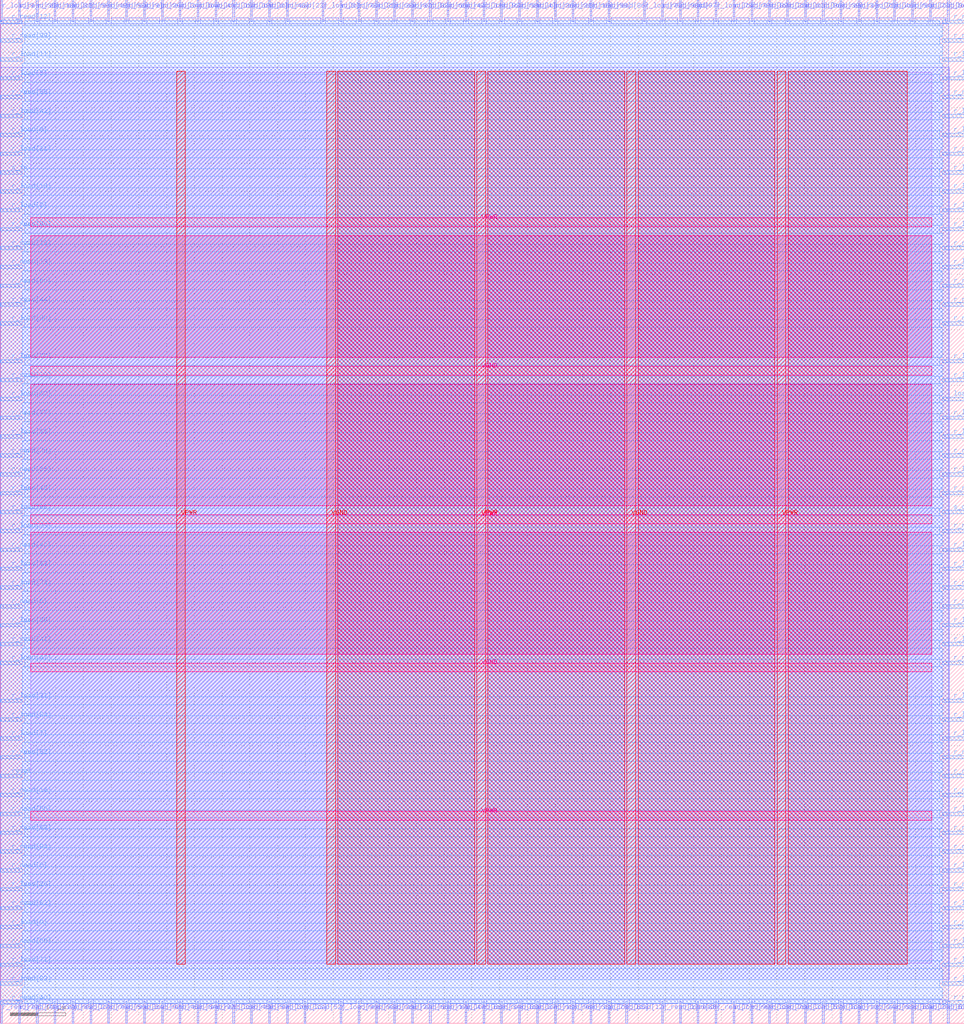
<source format=lef>
VERSION 5.7 ;
  NOWIREEXTENSIONATPIN ON ;
  DIVIDERCHAR "/" ;
  BUSBITCHARS "[]" ;
MACRO shiftregister
  CLASS BLOCK ;
  FOREIGN shiftregister ;
  ORIGIN 0.000 0.000 ;
  SIZE 173.770 BY 184.490 ;
  PIN VGND
    DIRECTION INPUT ;
    USE GROUND ;
    PORT
      LAYER met5 ;
        RECT 5.520 63.335 167.900 64.935 ;
    END
    PORT
      LAYER met5 ;
        RECT 5.520 116.825 167.900 118.425 ;
    END
    PORT
      LAYER met4 ;
        RECT 58.850 10.640 60.450 171.600 ;
    END
    PORT
      LAYER met4 ;
        RECT 112.975 10.640 114.575 171.600 ;
    END
  END VGND
  PIN VPWR
    DIRECTION INPUT ;
    USE POWER ;
    PORT
      LAYER met5 ;
        RECT 5.520 36.585 167.900 38.185 ;
    END
    PORT
      LAYER met5 ;
        RECT 5.520 90.080 167.900 91.680 ;
    END
    PORT
      LAYER met5 ;
        RECT 5.520 143.575 167.900 145.175 ;
    END
    PORT
      LAYER met4 ;
        RECT 31.780 10.640 33.380 171.600 ;
    END
    PORT
      LAYER met4 ;
        RECT 85.910 10.640 87.510 171.600 ;
    END
    PORT
      LAYER met4 ;
        RECT 140.035 10.640 141.635 171.600 ;
    END
  END VPWR
  PIN clk
    DIRECTION INPUT ;
    USE SIGNAL ;
    PORT
      LAYER met2 ;
        RECT 125.670 180.490 125.950 184.490 ;
    END
  END clk
  PIN load
    DIRECTION INPUT ;
    USE SIGNAL ;
    PORT
      LAYER met3 ;
        RECT 169.770 112.240 173.770 112.840 ;
    END
  END load
  PIN r_load[0]
    DIRECTION OUTPUT TRISTATE ;
    USE SIGNAL ;
    PORT
      LAYER met3 ;
        RECT 0.000 17.040 4.000 17.640 ;
    END
  END r_load[0]
  PIN r_load[10]
    DIRECTION OUTPUT TRISTATE ;
    USE SIGNAL ;
    PORT
      LAYER met2 ;
        RECT 151.430 0.000 151.710 4.000 ;
    END
  END r_load[10]
  PIN r_load[11]
    DIRECTION OUTPUT TRISTATE ;
    USE SIGNAL ;
    PORT
      LAYER met3 ;
        RECT 0.000 173.440 4.000 174.040 ;
    END
  END r_load[11]
  PIN r_load[12]
    DIRECTION OUTPUT TRISTATE ;
    USE SIGNAL ;
    PORT
      LAYER met2 ;
        RECT 112.790 0.000 113.070 4.000 ;
    END
  END r_load[12]
  PIN r_load[13]
    DIRECTION OUTPUT TRISTATE ;
    USE SIGNAL ;
    PORT
      LAYER met2 ;
        RECT 96.690 0.000 96.970 4.000 ;
    END
  END r_load[13]
  PIN r_load[14]
    DIRECTION OUTPUT TRISTATE ;
    USE SIGNAL ;
    PORT
      LAYER met3 ;
        RECT 169.770 115.640 173.770 116.240 ;
    END
  END r_load[14]
  PIN r_load[15]
    DIRECTION OUTPUT TRISTATE ;
    USE SIGNAL ;
    PORT
      LAYER met2 ;
        RECT 38.730 180.490 39.010 184.490 ;
    END
  END r_load[15]
  PIN r_load[16]
    DIRECTION OUTPUT TRISTATE ;
    USE SIGNAL ;
    PORT
      LAYER met3 ;
        RECT 169.770 108.840 173.770 109.440 ;
    END
  END r_load[16]
  PIN r_load[17]
    DIRECTION OUTPUT TRISTATE ;
    USE SIGNAL ;
    PORT
      LAYER met3 ;
        RECT 169.770 57.840 173.770 58.440 ;
    END
  END r_load[17]
  PIN r_load[18]
    DIRECTION OUTPUT TRISTATE ;
    USE SIGNAL ;
    PORT
      LAYER met3 ;
        RECT 0.000 149.640 4.000 150.240 ;
    END
  END r_load[18]
  PIN r_load[19]
    DIRECTION OUTPUT TRISTATE ;
    USE SIGNAL ;
    PORT
      LAYER met2 ;
        RECT 41.950 180.490 42.230 184.490 ;
    END
  END r_load[19]
  PIN r_load[1]
    DIRECTION OUTPUT TRISTATE ;
    USE SIGNAL ;
    PORT
      LAYER met3 ;
        RECT 169.770 27.240 173.770 27.840 ;
    END
  END r_load[1]
  PIN r_load[20]
    DIRECTION OUTPUT TRISTATE ;
    USE SIGNAL ;
    PORT
      LAYER met3 ;
        RECT 0.000 23.840 4.000 24.440 ;
    END
  END r_load[20]
  PIN r_load[21]
    DIRECTION OUTPUT TRISTATE ;
    USE SIGNAL ;
    PORT
      LAYER met3 ;
        RECT 0.000 156.440 4.000 157.040 ;
    END
  END r_load[21]
  PIN r_load[22]
    DIRECTION OUTPUT TRISTATE ;
    USE SIGNAL ;
    PORT
      LAYER met3 ;
        RECT 169.770 37.440 173.770 38.040 ;
    END
  END r_load[22]
  PIN r_load[23]
    DIRECTION OUTPUT TRISTATE ;
    USE SIGNAL ;
    PORT
      LAYER met3 ;
        RECT 0.000 88.440 4.000 89.040 ;
    END
  END r_load[23]
  PIN r_load[24]
    DIRECTION OUTPUT TRISTATE ;
    USE SIGNAL ;
    PORT
      LAYER met3 ;
        RECT 169.770 170.040 173.770 170.640 ;
    END
  END r_load[24]
  PIN r_load[25]
    DIRECTION OUTPUT TRISTATE ;
    USE SIGNAL ;
    PORT
      LAYER met2 ;
        RECT 138.550 180.490 138.830 184.490 ;
    END
  END r_load[25]
  PIN r_load[26]
    DIRECTION OUTPUT TRISTATE ;
    USE SIGNAL ;
    PORT
      LAYER met2 ;
        RECT 96.690 180.490 96.970 184.490 ;
    END
  END r_load[26]
  PIN r_load[27]
    DIRECTION OUTPUT TRISTATE ;
    USE SIGNAL ;
    PORT
      LAYER met3 ;
        RECT 169.770 51.040 173.770 51.640 ;
    END
  END r_load[27]
  PIN r_load[28]
    DIRECTION OUTPUT TRISTATE ;
    USE SIGNAL ;
    PORT
      LAYER met2 ;
        RECT 67.710 180.490 67.990 184.490 ;
    END
  END r_load[28]
  PIN r_load[29]
    DIRECTION OUTPUT TRISTATE ;
    USE SIGNAL ;
    PORT
      LAYER met2 ;
        RECT 164.310 0.000 164.590 4.000 ;
    END
  END r_load[29]
  PIN r_load[2]
    DIRECTION OUTPUT TRISTATE ;
    USE SIGNAL ;
    PORT
      LAYER met3 ;
        RECT 0.000 146.240 4.000 146.840 ;
    END
  END r_load[2]
  PIN r_load[30]
    DIRECTION OUTPUT TRISTATE ;
    USE SIGNAL ;
    PORT
      LAYER met3 ;
        RECT 169.770 13.640 173.770 14.240 ;
    END
  END r_load[30]
  PIN r_load[31]
    DIRECTION OUTPUT TRISTATE ;
    USE SIGNAL ;
    PORT
      LAYER met3 ;
        RECT 0.000 57.840 4.000 58.440 ;
    END
  END r_load[31]
  PIN r_load[32]
    DIRECTION OUTPUT TRISTATE ;
    USE SIGNAL ;
    PORT
      LAYER met3 ;
        RECT 169.770 146.240 173.770 146.840 ;
    END
  END r_load[32]
  PIN r_load[33]
    DIRECTION OUTPUT TRISTATE ;
    USE SIGNAL ;
    PORT
      LAYER met2 ;
        RECT 51.610 0.000 51.890 4.000 ;
    END
  END r_load[33]
  PIN r_load[34]
    DIRECTION OUTPUT TRISTATE ;
    USE SIGNAL ;
    PORT
      LAYER met2 ;
        RECT 87.030 0.000 87.310 4.000 ;
    END
  END r_load[34]
  PIN r_load[35]
    DIRECTION OUTPUT TRISTATE ;
    USE SIGNAL ;
    PORT
      LAYER met3 ;
        RECT 169.770 149.640 173.770 150.240 ;
    END
  END r_load[35]
  PIN r_load[36]
    DIRECTION OUTPUT TRISTATE ;
    USE SIGNAL ;
    PORT
      LAYER met3 ;
        RECT 169.770 81.640 173.770 82.240 ;
    END
  END r_load[36]
  PIN r_load[37]
    DIRECTION OUTPUT TRISTATE ;
    USE SIGNAL ;
    PORT
      LAYER met2 ;
        RECT 141.770 0.000 142.050 4.000 ;
    END
  END r_load[37]
  PIN r_load[38]
    DIRECTION OUTPUT TRISTATE ;
    USE SIGNAL ;
    PORT
      LAYER met2 ;
        RECT 122.450 0.000 122.730 4.000 ;
    END
  END r_load[38]
  PIN r_load[39]
    DIRECTION OUTPUT TRISTATE ;
    USE SIGNAL ;
    PORT
      LAYER met2 ;
        RECT 148.210 180.490 148.490 184.490 ;
    END
  END r_load[39]
  PIN r_load[3]
    DIRECTION OUTPUT TRISTATE ;
    USE SIGNAL ;
    PORT
      LAYER met3 ;
        RECT 0.000 170.040 4.000 170.640 ;
    END
  END r_load[3]
  PIN r_load[40]
    DIRECTION OUTPUT TRISTATE ;
    USE SIGNAL ;
    PORT
      LAYER met2 ;
        RECT 35.510 180.490 35.790 184.490 ;
    END
  END r_load[40]
  PIN r_load[41]
    DIRECTION OUTPUT TRISTATE ;
    USE SIGNAL ;
    PORT
      LAYER met3 ;
        RECT 169.770 163.240 173.770 163.840 ;
    END
  END r_load[41]
  PIN r_load[42]
    DIRECTION OUTPUT TRISTATE ;
    USE SIGNAL ;
    PORT
      LAYER met3 ;
        RECT 0.000 163.240 4.000 163.840 ;
    END
  END r_load[42]
  PIN r_load[43]
    DIRECTION OUTPUT TRISTATE ;
    USE SIGNAL ;
    PORT
      LAYER met2 ;
        RECT 48.390 180.490 48.670 184.490 ;
    END
  END r_load[43]
  PIN r_load[44]
    DIRECTION OUTPUT TRISTATE ;
    USE SIGNAL ;
    PORT
      LAYER met2 ;
        RECT 170.750 0.000 171.030 4.000 ;
    END
  END r_load[44]
  PIN r_load[45]
    DIRECTION OUTPUT TRISTATE ;
    USE SIGNAL ;
    PORT
      LAYER met2 ;
        RECT 41.950 0.000 42.230 4.000 ;
    END
  END r_load[45]
  PIN r_load[46]
    DIRECTION OUTPUT TRISTATE ;
    USE SIGNAL ;
    PORT
      LAYER met2 ;
        RECT 157.870 180.490 158.150 184.490 ;
    END
  END r_load[46]
  PIN r_load[47]
    DIRECTION OUTPUT TRISTATE ;
    USE SIGNAL ;
    PORT
      LAYER met3 ;
        RECT 0.000 64.640 4.000 65.240 ;
    END
  END r_load[47]
  PIN r_load[48]
    DIRECTION OUTPUT TRISTATE ;
    USE SIGNAL ;
    PORT
      LAYER met3 ;
        RECT 0.000 95.240 4.000 95.840 ;
    END
  END r_load[48]
  PIN r_load[49]
    DIRECTION OUTPUT TRISTATE ;
    USE SIGNAL ;
    PORT
      LAYER met3 ;
        RECT 169.770 173.440 173.770 174.040 ;
    END
  END r_load[49]
  PIN r_load[4]
    DIRECTION OUTPUT TRISTATE ;
    USE SIGNAL ;
    PORT
      LAYER met3 ;
        RECT 169.770 10.240 173.770 10.840 ;
    END
  END r_load[4]
  PIN r_load[50]
    DIRECTION OUTPUT TRISTATE ;
    USE SIGNAL ;
    PORT
      LAYER met2 ;
        RECT 12.970 180.490 13.250 184.490 ;
    END
  END r_load[50]
  PIN r_load[51]
    DIRECTION OUTPUT TRISTATE ;
    USE SIGNAL ;
    PORT
      LAYER met3 ;
        RECT 169.770 153.040 173.770 153.640 ;
    END
  END r_load[51]
  PIN r_load[52]
    DIRECTION OUTPUT TRISTATE ;
    USE SIGNAL ;
    PORT
      LAYER met2 ;
        RECT 54.830 0.000 55.110 4.000 ;
    END
  END r_load[52]
  PIN r_load[53]
    DIRECTION OUTPUT TRISTATE ;
    USE SIGNAL ;
    PORT
      LAYER met2 ;
        RECT 170.750 180.490 171.030 184.490 ;
    END
  END r_load[53]
  PIN r_load[54]
    DIRECTION OUTPUT TRISTATE ;
    USE SIGNAL ;
    PORT
      LAYER met2 ;
        RECT 161.090 180.490 161.370 184.490 ;
    END
  END r_load[54]
  PIN r_load[55]
    DIRECTION OUTPUT TRISTATE ;
    USE SIGNAL ;
    PORT
      LAYER met3 ;
        RECT 0.000 105.440 4.000 106.040 ;
    END
  END r_load[55]
  PIN r_load[56]
    DIRECTION OUTPUT TRISTATE ;
    USE SIGNAL ;
    PORT
      LAYER met3 ;
        RECT 169.770 85.040 173.770 85.640 ;
    END
  END r_load[56]
  PIN r_load[57]
    DIRECTION OUTPUT TRISTATE ;
    USE SIGNAL ;
    PORT
      LAYER met2 ;
        RECT 144.990 0.000 145.270 4.000 ;
    END
  END r_load[57]
  PIN r_load[58]
    DIRECTION OUTPUT TRISTATE ;
    USE SIGNAL ;
    PORT
      LAYER met2 ;
        RECT 90.250 180.490 90.530 184.490 ;
    END
  END r_load[58]
  PIN r_load[59]
    DIRECTION OUTPUT TRISTATE ;
    USE SIGNAL ;
    PORT
      LAYER met3 ;
        RECT 169.770 71.440 173.770 72.040 ;
    END
  END r_load[59]
  PIN r_load[5]
    DIRECTION OUTPUT TRISTATE ;
    USE SIGNAL ;
    PORT
      LAYER met2 ;
        RECT 58.050 180.490 58.330 184.490 ;
    END
  END r_load[5]
  PIN r_load[60]
    DIRECTION OUTPUT TRISTATE ;
    USE SIGNAL ;
    PORT
      LAYER met3 ;
        RECT 169.770 159.840 173.770 160.440 ;
    END
  END r_load[60]
  PIN r_load[61]
    DIRECTION OUTPUT TRISTATE ;
    USE SIGNAL ;
    PORT
      LAYER met2 ;
        RECT 141.770 180.490 142.050 184.490 ;
    END
  END r_load[61]
  PIN r_load[62]
    DIRECTION OUTPUT TRISTATE ;
    USE SIGNAL ;
    PORT
      LAYER met3 ;
        RECT 0.000 112.240 4.000 112.840 ;
    END
  END r_load[62]
  PIN r_load[63]
    DIRECTION OUTPUT TRISTATE ;
    USE SIGNAL ;
    PORT
      LAYER met3 ;
        RECT 0.000 81.640 4.000 82.240 ;
    END
  END r_load[63]
  PIN r_load[64]
    DIRECTION OUTPUT TRISTATE ;
    USE SIGNAL ;
    PORT
      LAYER met2 ;
        RECT 32.290 180.490 32.570 184.490 ;
    END
  END r_load[64]
  PIN r_load[65]
    DIRECTION OUTPUT TRISTATE ;
    USE SIGNAL ;
    PORT
      LAYER met2 ;
        RECT 77.370 180.490 77.650 184.490 ;
    END
  END r_load[65]
  PIN r_load[66]
    DIRECTION OUTPUT TRISTATE ;
    USE SIGNAL ;
    PORT
      LAYER met2 ;
        RECT 83.810 0.000 84.090 4.000 ;
    END
  END r_load[66]
  PIN r_load[67]
    DIRECTION OUTPUT TRISTATE ;
    USE SIGNAL ;
    PORT
      LAYER met2 ;
        RECT 167.530 0.000 167.810 4.000 ;
    END
  END r_load[67]
  PIN r_load[68]
    DIRECTION OUTPUT TRISTATE ;
    USE SIGNAL ;
    PORT
      LAYER met3 ;
        RECT 169.770 98.640 173.770 99.240 ;
    END
  END r_load[68]
  PIN r_load[69]
    DIRECTION OUTPUT TRISTATE ;
    USE SIGNAL ;
    PORT
      LAYER met3 ;
        RECT 169.770 105.440 173.770 106.040 ;
    END
  END r_load[69]
  PIN r_load[6]
    DIRECTION OUTPUT TRISTATE ;
    USE SIGNAL ;
    PORT
      LAYER met2 ;
        RECT 45.170 180.490 45.450 184.490 ;
    END
  END r_load[6]
  PIN r_load[70]
    DIRECTION OUTPUT TRISTATE ;
    USE SIGNAL ;
    PORT
      LAYER met2 ;
        RECT 16.190 0.000 16.470 4.000 ;
    END
  END r_load[70]
  PIN r_load[71]
    DIRECTION OUTPUT TRISTATE ;
    USE SIGNAL ;
    PORT
      LAYER met3 ;
        RECT 0.000 10.240 4.000 10.840 ;
    END
  END r_load[71]
  PIN r_load[72]
    DIRECTION OUTPUT TRISTATE ;
    USE SIGNAL ;
    PORT
      LAYER met3 ;
        RECT 169.770 20.440 173.770 21.040 ;
    END
  END r_load[72]
  PIN r_load[73]
    DIRECTION OUTPUT TRISTATE ;
    USE SIGNAL ;
    PORT
      LAYER met2 ;
        RECT 61.270 180.490 61.550 184.490 ;
    END
  END r_load[73]
  PIN r_load[74]
    DIRECTION OUTPUT TRISTATE ;
    USE SIGNAL ;
    PORT
      LAYER met3 ;
        RECT 0.000 78.240 4.000 78.840 ;
    END
  END r_load[74]
  PIN r_load[75]
    DIRECTION OUTPUT TRISTATE ;
    USE SIGNAL ;
    PORT
      LAYER met2 ;
        RECT 116.010 180.490 116.290 184.490 ;
    END
  END r_load[75]
  PIN r_load[76]
    DIRECTION OUTPUT TRISTATE ;
    USE SIGNAL ;
    PORT
      LAYER met2 ;
        RECT 138.550 0.000 138.830 4.000 ;
    END
  END r_load[76]
  PIN r_load[77]
    DIRECTION OUTPUT TRISTATE ;
    USE SIGNAL ;
    PORT
      LAYER met3 ;
        RECT 0.000 119.040 4.000 119.640 ;
    END
  END r_load[77]
  PIN r_load[78]
    DIRECTION OUTPUT TRISTATE ;
    USE SIGNAL ;
    PORT
      LAYER met2 ;
        RECT 128.890 180.490 129.170 184.490 ;
    END
  END r_load[78]
  PIN r_load[79]
    DIRECTION OUTPUT TRISTATE ;
    USE SIGNAL ;
    PORT
      LAYER met2 ;
        RECT 132.110 180.490 132.390 184.490 ;
    END
  END r_load[79]
  PIN r_load[7]
    DIRECTION OUTPUT TRISTATE ;
    USE SIGNAL ;
    PORT
      LAYER met3 ;
        RECT 0.000 51.040 4.000 51.640 ;
    END
  END r_load[7]
  PIN r_load[80]
    DIRECTION OUTPUT TRISTATE ;
    USE SIGNAL ;
    PORT
      LAYER met3 ;
        RECT 0.000 125.840 4.000 126.440 ;
    END
  END r_load[80]
  PIN r_load[81]
    DIRECTION OUTPUT TRISTATE ;
    USE SIGNAL ;
    PORT
      LAYER met3 ;
        RECT 169.770 54.440 173.770 55.040 ;
    END
  END r_load[81]
  PIN r_load[82]
    DIRECTION OUTPUT TRISTATE ;
    USE SIGNAL ;
    PORT
      LAYER met2 ;
        RECT 148.210 0.000 148.490 4.000 ;
    END
  END r_load[82]
  PIN r_load[83]
    DIRECTION OUTPUT TRISTATE ;
    USE SIGNAL ;
    PORT
      LAYER met3 ;
        RECT 0.000 6.840 4.000 7.440 ;
    END
  END r_load[83]
  PIN r_load[84]
    DIRECTION OUTPUT TRISTATE ;
    USE SIGNAL ;
    PORT
      LAYER met3 ;
        RECT 0.000 54.440 4.000 55.040 ;
    END
  END r_load[84]
  PIN r_load[85]
    DIRECTION OUTPUT TRISTATE ;
    USE SIGNAL ;
    PORT
      LAYER met2 ;
        RECT 109.570 0.000 109.850 4.000 ;
    END
  END r_load[85]
  PIN r_load[86]
    DIRECTION OUTPUT TRISTATE ;
    USE SIGNAL ;
    PORT
      LAYER met3 ;
        RECT 0.000 91.840 4.000 92.440 ;
    END
  END r_load[86]
  PIN r_load[87]
    DIRECTION OUTPUT TRISTATE ;
    USE SIGNAL ;
    PORT
      LAYER met2 ;
        RECT 93.470 0.000 93.750 4.000 ;
    END
  END r_load[87]
  PIN r_load[88]
    DIRECTION OUTPUT TRISTATE ;
    USE SIGNAL ;
    PORT
      LAYER met3 ;
        RECT 169.770 119.040 173.770 119.640 ;
    END
  END r_load[88]
  PIN r_load[89]
    DIRECTION OUTPUT TRISTATE ;
    USE SIGNAL ;
    PORT
      LAYER met3 ;
        RECT 0.000 71.440 4.000 72.040 ;
    END
  END r_load[89]
  PIN r_load[8]
    DIRECTION OUTPUT TRISTATE ;
    USE SIGNAL ;
    PORT
      LAYER met3 ;
        RECT 0.000 159.840 4.000 160.440 ;
    END
  END r_load[8]
  PIN r_load[90]
    DIRECTION OUTPUT TRISTATE ;
    USE SIGNAL ;
    PORT
      LAYER met2 ;
        RECT 61.270 0.000 61.550 4.000 ;
    END
  END r_load[90]
  PIN r_load[91]
    DIRECTION OUTPUT TRISTATE ;
    USE SIGNAL ;
    PORT
      LAYER met3 ;
        RECT 169.770 6.840 173.770 7.440 ;
    END
  END r_load[91]
  PIN r_load[92]
    DIRECTION OUTPUT TRISTATE ;
    USE SIGNAL ;
    PORT
      LAYER met2 ;
        RECT 25.850 0.000 26.130 4.000 ;
    END
  END r_load[92]
  PIN r_load[93]
    DIRECTION OUTPUT TRISTATE ;
    USE SIGNAL ;
    PORT
      LAYER met2 ;
        RECT 87.030 180.490 87.310 184.490 ;
    END
  END r_load[93]
  PIN r_load[94]
    DIRECTION OUTPUT TRISTATE ;
    USE SIGNAL ;
    PORT
      LAYER met2 ;
        RECT 167.530 180.490 167.810 184.490 ;
    END
  END r_load[94]
  PIN r_load[95]
    DIRECTION OUTPUT TRISTATE ;
    USE SIGNAL ;
    PORT
      LAYER met3 ;
        RECT 169.770 68.040 173.770 68.640 ;
    END
  END r_load[95]
  PIN r_load[96]
    DIRECTION OUTPUT TRISTATE ;
    USE SIGNAL ;
    PORT
      LAYER met2 ;
        RECT 144.990 180.490 145.270 184.490 ;
    END
  END r_load[96]
  PIN r_load[97]
    DIRECTION OUTPUT TRISTATE ;
    USE SIGNAL ;
    PORT
      LAYER met3 ;
        RECT 169.770 142.840 173.770 143.440 ;
    END
  END r_load[97]
  PIN r_load[98]
    DIRECTION OUTPUT TRISTATE ;
    USE SIGNAL ;
    PORT
      LAYER met3 ;
        RECT 169.770 136.040 173.770 136.640 ;
    END
  END r_load[98]
  PIN r_load[99]
    DIRECTION OUTPUT TRISTATE ;
    USE SIGNAL ;
    PORT
      LAYER met2 ;
        RECT 132.110 0.000 132.390 4.000 ;
    END
  END r_load[99]
  PIN r_load[9]
    DIRECTION OUTPUT TRISTATE ;
    USE SIGNAL ;
    PORT
      LAYER met2 ;
        RECT 0.090 180.490 0.370 184.490 ;
    END
  END r_load[9]
  PIN r_read[0]
    DIRECTION INPUT ;
    USE SIGNAL ;
    PORT
      LAYER met3 ;
        RECT 0.000 27.240 4.000 27.840 ;
    END
  END r_read[0]
  PIN r_read[10]
    DIRECTION INPUT ;
    USE SIGNAL ;
    PORT
      LAYER met3 ;
        RECT 169.770 102.040 173.770 102.640 ;
    END
  END r_read[10]
  PIN r_read[11]
    DIRECTION INPUT ;
    USE SIGNAL ;
    PORT
      LAYER met2 ;
        RECT 83.810 180.490 84.090 184.490 ;
    END
  END r_read[11]
  PIN r_read[12]
    DIRECTION INPUT ;
    USE SIGNAL ;
    PORT
      LAYER met3 ;
        RECT 0.000 180.240 4.000 180.840 ;
    END
  END r_read[12]
  PIN r_read[13]
    DIRECTION INPUT ;
    USE SIGNAL ;
    PORT
      LAYER met3 ;
        RECT 0.000 136.040 4.000 136.640 ;
    END
  END r_read[13]
  PIN r_read[14]
    DIRECTION INPUT ;
    USE SIGNAL ;
    PORT
      LAYER met3 ;
        RECT 0.000 40.840 4.000 41.440 ;
    END
  END r_read[14]
  PIN r_read[15]
    DIRECTION INPUT ;
    USE SIGNAL ;
    PORT
      LAYER met2 ;
        RECT 103.130 180.490 103.410 184.490 ;
    END
  END r_read[15]
  PIN r_read[16]
    DIRECTION INPUT ;
    USE SIGNAL ;
    PORT
      LAYER met3 ;
        RECT 169.770 30.640 173.770 31.240 ;
    END
  END r_read[16]
  PIN r_read[17]
    DIRECTION INPUT ;
    USE SIGNAL ;
    PORT
      LAYER met2 ;
        RECT 77.370 0.000 77.650 4.000 ;
    END
  END r_read[17]
  PIN r_read[18]
    DIRECTION INPUT ;
    USE SIGNAL ;
    PORT
      LAYER met2 ;
        RECT 6.530 180.490 6.810 184.490 ;
    END
  END r_read[18]
  PIN r_read[19]
    DIRECTION INPUT ;
    USE SIGNAL ;
    PORT
      LAYER met3 ;
        RECT 0.000 139.440 4.000 140.040 ;
    END
  END r_read[19]
  PIN r_read[1]
    DIRECTION INPUT ;
    USE SIGNAL ;
    PORT
      LAYER met2 ;
        RECT 119.230 0.000 119.510 4.000 ;
    END
  END r_read[1]
  PIN r_read[20]
    DIRECTION INPUT ;
    USE SIGNAL ;
    PORT
      LAYER met2 ;
        RECT 25.850 180.490 26.130 184.490 ;
    END
  END r_read[20]
  PIN r_read[21]
    DIRECTION INPUT ;
    USE SIGNAL ;
    PORT
      LAYER met2 ;
        RECT 99.910 180.490 100.190 184.490 ;
    END
  END r_read[21]
  PIN r_read[22]
    DIRECTION INPUT ;
    USE SIGNAL ;
    PORT
      LAYER met2 ;
        RECT 70.930 0.000 71.210 4.000 ;
    END
  END r_read[22]
  PIN r_read[23]
    DIRECTION INPUT ;
    USE SIGNAL ;
    PORT
      LAYER met2 ;
        RECT 51.610 180.490 51.890 184.490 ;
    END
  END r_read[23]
  PIN r_read[24]
    DIRECTION INPUT ;
    USE SIGNAL ;
    PORT
      LAYER met2 ;
        RECT 154.650 0.000 154.930 4.000 ;
    END
  END r_read[24]
  PIN r_read[25]
    DIRECTION INPUT ;
    USE SIGNAL ;
    PORT
      LAYER met2 ;
        RECT 64.490 180.490 64.770 184.490 ;
    END
  END r_read[25]
  PIN r_read[26]
    DIRECTION INPUT ;
    USE SIGNAL ;
    PORT
      LAYER met2 ;
        RECT 67.710 0.000 67.990 4.000 ;
    END
  END r_read[26]
  PIN r_read[27]
    DIRECTION INPUT ;
    USE SIGNAL ;
    PORT
      LAYER met2 ;
        RECT 12.970 0.000 13.250 4.000 ;
    END
  END r_read[27]
  PIN r_read[28]
    DIRECTION INPUT ;
    USE SIGNAL ;
    PORT
      LAYER met3 ;
        RECT 169.770 180.240 173.770 180.840 ;
    END
  END r_read[28]
  PIN r_read[29]
    DIRECTION INPUT ;
    USE SIGNAL ;
    PORT
      LAYER met3 ;
        RECT 169.770 34.040 173.770 34.640 ;
    END
  END r_read[29]
  PIN r_read[2]
    DIRECTION INPUT ;
    USE SIGNAL ;
    PORT
      LAYER met3 ;
        RECT 169.770 88.440 173.770 89.040 ;
    END
  END r_read[2]
  PIN r_read[30]
    DIRECTION INPUT ;
    USE SIGNAL ;
    PORT
      LAYER met2 ;
        RECT 48.390 0.000 48.670 4.000 ;
    END
  END r_read[30]
  PIN r_read[31]
    DIRECTION INPUT ;
    USE SIGNAL ;
    PORT
      LAYER met3 ;
        RECT 169.770 125.840 173.770 126.440 ;
    END
  END r_read[31]
  PIN r_read[32]
    DIRECTION INPUT ;
    USE SIGNAL ;
    PORT
      LAYER met3 ;
        RECT 169.770 17.040 173.770 17.640 ;
    END
  END r_read[32]
  PIN r_read[33]
    DIRECTION INPUT ;
    USE SIGNAL ;
    PORT
      LAYER met2 ;
        RECT 103.130 0.000 103.410 4.000 ;
    END
  END r_read[33]
  PIN r_read[34]
    DIRECTION INPUT ;
    USE SIGNAL ;
    PORT
      LAYER met2 ;
        RECT 29.070 180.490 29.350 184.490 ;
    END
  END r_read[34]
  PIN r_read[35]
    DIRECTION INPUT ;
    USE SIGNAL ;
    PORT
      LAYER met2 ;
        RECT 3.310 180.490 3.590 184.490 ;
    END
  END r_read[35]
  PIN r_read[36]
    DIRECTION INPUT ;
    USE SIGNAL ;
    PORT
      LAYER met2 ;
        RECT 38.730 0.000 39.010 4.000 ;
    END
  END r_read[36]
  PIN r_read[37]
    DIRECTION INPUT ;
    USE SIGNAL ;
    PORT
      LAYER met2 ;
        RECT 6.530 0.000 6.810 4.000 ;
    END
  END r_read[37]
  PIN r_read[38]
    DIRECTION INPUT ;
    USE SIGNAL ;
    PORT
      LAYER met2 ;
        RECT 135.330 0.000 135.610 4.000 ;
    END
  END r_read[38]
  PIN r_read[39]
    DIRECTION INPUT ;
    USE SIGNAL ;
    PORT
      LAYER met3 ;
        RECT 0.000 115.640 4.000 116.240 ;
    END
  END r_read[39]
  PIN r_read[3]
    DIRECTION INPUT ;
    USE SIGNAL ;
    PORT
      LAYER met2 ;
        RECT 151.430 180.490 151.710 184.490 ;
    END
  END r_read[3]
  PIN r_read[40]
    DIRECTION INPUT ;
    USE SIGNAL ;
    PORT
      LAYER met3 ;
        RECT 0.000 3.440 4.000 4.040 ;
    END
  END r_read[40]
  PIN r_read[41]
    DIRECTION INPUT ;
    USE SIGNAL ;
    PORT
      LAYER met3 ;
        RECT 0.000 68.040 4.000 68.640 ;
    END
  END r_read[41]
  PIN r_read[42]
    DIRECTION INPUT ;
    USE SIGNAL ;
    PORT
      LAYER met2 ;
        RECT 80.590 180.490 80.870 184.490 ;
    END
  END r_read[42]
  PIN r_read[43]
    DIRECTION INPUT ;
    USE SIGNAL ;
    PORT
      LAYER met3 ;
        RECT 0.000 85.040 4.000 85.640 ;
    END
  END r_read[43]
  PIN r_read[44]
    DIRECTION INPUT ;
    USE SIGNAL ;
    PORT
      LAYER met3 ;
        RECT 0.000 129.240 4.000 129.840 ;
    END
  END r_read[44]
  PIN r_read[45]
    DIRECTION INPUT ;
    USE SIGNAL ;
    PORT
      LAYER met2 ;
        RECT 29.070 0.000 29.350 4.000 ;
    END
  END r_read[45]
  PIN r_read[46]
    DIRECTION INPUT ;
    USE SIGNAL ;
    PORT
      LAYER met3 ;
        RECT 169.770 44.240 173.770 44.840 ;
    END
  END r_read[46]
  PIN r_read[47]
    DIRECTION INPUT ;
    USE SIGNAL ;
    PORT
      LAYER met2 ;
        RECT 80.590 0.000 80.870 4.000 ;
    END
  END r_read[47]
  PIN r_read[48]
    DIRECTION INPUT ;
    USE SIGNAL ;
    PORT
      LAYER met3 ;
        RECT 169.770 166.640 173.770 167.240 ;
    END
  END r_read[48]
  PIN r_read[49]
    DIRECTION INPUT ;
    USE SIGNAL ;
    PORT
      LAYER met2 ;
        RECT 16.190 180.490 16.470 184.490 ;
    END
  END r_read[49]
  PIN r_read[4]
    DIRECTION INPUT ;
    USE SIGNAL ;
    PORT
      LAYER met2 ;
        RECT 93.470 180.490 93.750 184.490 ;
    END
  END r_read[4]
  PIN r_read[50]
    DIRECTION INPUT ;
    USE SIGNAL ;
    PORT
      LAYER met2 ;
        RECT 19.410 0.000 19.690 4.000 ;
    END
  END r_read[50]
  PIN r_read[51]
    DIRECTION INPUT ;
    USE SIGNAL ;
    PORT
      LAYER met3 ;
        RECT 169.770 64.640 173.770 65.240 ;
    END
  END r_read[51]
  PIN r_read[52]
    DIRECTION INPUT ;
    USE SIGNAL ;
    PORT
      LAYER met3 ;
        RECT 0.000 47.640 4.000 48.240 ;
    END
  END r_read[52]
  PIN r_read[53]
    DIRECTION INPUT ;
    USE SIGNAL ;
    PORT
      LAYER met2 ;
        RECT 19.410 180.490 19.690 184.490 ;
    END
  END r_read[53]
  PIN r_read[54]
    DIRECTION INPUT ;
    USE SIGNAL ;
    PORT
      LAYER met3 ;
        RECT 169.770 95.240 173.770 95.840 ;
    END
  END r_read[54]
  PIN r_read[55]
    DIRECTION INPUT ;
    USE SIGNAL ;
    PORT
      LAYER met3 ;
        RECT 0.000 166.640 4.000 167.240 ;
    END
  END r_read[55]
  PIN r_read[56]
    DIRECTION INPUT ;
    USE SIGNAL ;
    PORT
      LAYER met3 ;
        RECT 0.000 37.440 4.000 38.040 ;
    END
  END r_read[56]
  PIN r_read[57]
    DIRECTION INPUT ;
    USE SIGNAL ;
    PORT
      LAYER met3 ;
        RECT 169.770 156.440 173.770 157.040 ;
    END
  END r_read[57]
  PIN r_read[58]
    DIRECTION INPUT ;
    USE SIGNAL ;
    PORT
      LAYER met2 ;
        RECT 106.350 180.490 106.630 184.490 ;
    END
  END r_read[58]
  PIN r_read[59]
    DIRECTION INPUT ;
    USE SIGNAL ;
    PORT
      LAYER met2 ;
        RECT 45.170 0.000 45.450 4.000 ;
    END
  END r_read[59]
  PIN r_read[5]
    DIRECTION INPUT ;
    USE SIGNAL ;
    PORT
      LAYER met3 ;
        RECT 169.770 74.840 173.770 75.440 ;
    END
  END r_read[5]
  PIN r_read[60]
    DIRECTION INPUT ;
    USE SIGNAL ;
    PORT
      LAYER met3 ;
        RECT 0.000 13.640 4.000 14.240 ;
    END
  END r_read[60]
  PIN r_read[61]
    DIRECTION INPUT ;
    USE SIGNAL ;
    PORT
      LAYER met3 ;
        RECT 169.770 23.840 173.770 24.440 ;
    END
  END r_read[61]
  PIN r_read[62]
    DIRECTION INPUT ;
    USE SIGNAL ;
    PORT
      LAYER met3 ;
        RECT 0.000 20.440 4.000 21.040 ;
    END
  END r_read[62]
  PIN r_read[63]
    DIRECTION INPUT ;
    USE SIGNAL ;
    PORT
      LAYER met2 ;
        RECT 157.870 0.000 158.150 4.000 ;
    END
  END r_read[63]
  PIN r_read[64]
    DIRECTION INPUT ;
    USE SIGNAL ;
    PORT
      LAYER met2 ;
        RECT 22.630 0.000 22.910 4.000 ;
    END
  END r_read[64]
  PIN r_read[65]
    DIRECTION INPUT ;
    USE SIGNAL ;
    PORT
      LAYER met2 ;
        RECT 74.150 0.000 74.430 4.000 ;
    END
  END r_read[65]
  PIN r_read[66]
    DIRECTION INPUT ;
    USE SIGNAL ;
    PORT
      LAYER met3 ;
        RECT 169.770 47.640 173.770 48.240 ;
    END
  END r_read[66]
  PIN r_read[67]
    DIRECTION INPUT ;
    USE SIGNAL ;
    PORT
      LAYER met3 ;
        RECT 169.770 176.840 173.770 177.440 ;
    END
  END r_read[67]
  PIN r_read[68]
    DIRECTION INPUT ;
    USE SIGNAL ;
    PORT
      LAYER met3 ;
        RECT 0.000 34.040 4.000 34.640 ;
    END
  END r_read[68]
  PIN r_read[69]
    DIRECTION INPUT ;
    USE SIGNAL ;
    PORT
      LAYER met2 ;
        RECT 161.090 0.000 161.370 4.000 ;
    END
  END r_read[69]
  PIN r_read[6]
    DIRECTION INPUT ;
    USE SIGNAL ;
    PORT
      LAYER met3 ;
        RECT 0.000 74.840 4.000 75.440 ;
    END
  END r_read[6]
  PIN r_read[70]
    DIRECTION INPUT ;
    USE SIGNAL ;
    PORT
      LAYER met3 ;
        RECT 169.770 78.240 173.770 78.840 ;
    END
  END r_read[70]
  PIN r_read[71]
    DIRECTION INPUT ;
    USE SIGNAL ;
    PORT
      LAYER met2 ;
        RECT 3.310 0.000 3.590 4.000 ;
    END
  END r_read[71]
  PIN r_read[72]
    DIRECTION INPUT ;
    USE SIGNAL ;
    PORT
      LAYER met3 ;
        RECT 169.770 139.440 173.770 140.040 ;
    END
  END r_read[72]
  PIN r_read[73]
    DIRECTION INPUT ;
    USE SIGNAL ;
    PORT
      LAYER met2 ;
        RECT 164.310 180.490 164.590 184.490 ;
    END
  END r_read[73]
  PIN r_read[74]
    DIRECTION INPUT ;
    USE SIGNAL ;
    PORT
      LAYER met3 ;
        RECT 169.770 3.440 173.770 4.040 ;
    END
  END r_read[74]
  PIN r_read[75]
    DIRECTION INPUT ;
    USE SIGNAL ;
    PORT
      LAYER met2 ;
        RECT 154.650 180.490 154.930 184.490 ;
    END
  END r_read[75]
  PIN r_read[76]
    DIRECTION INPUT ;
    USE SIGNAL ;
    PORT
      LAYER met3 ;
        RECT 0.000 102.040 4.000 102.640 ;
    END
  END r_read[76]
  PIN r_read[77]
    DIRECTION INPUT ;
    USE SIGNAL ;
    PORT
      LAYER met3 ;
        RECT 0.000 108.840 4.000 109.440 ;
    END
  END r_read[77]
  PIN r_read[78]
    DIRECTION INPUT ;
    USE SIGNAL ;
    PORT
      LAYER met2 ;
        RECT 106.350 0.000 106.630 4.000 ;
    END
  END r_read[78]
  PIN r_read[79]
    DIRECTION INPUT ;
    USE SIGNAL ;
    PORT
      LAYER met2 ;
        RECT 0.090 0.000 0.370 4.000 ;
    END
  END r_read[79]
  PIN r_read[7]
    DIRECTION INPUT ;
    USE SIGNAL ;
    PORT
      LAYER met2 ;
        RECT 128.890 0.000 129.170 4.000 ;
    END
  END r_read[7]
  PIN r_read[80]
    DIRECTION INPUT ;
    USE SIGNAL ;
    PORT
      LAYER met3 ;
        RECT 0.000 132.640 4.000 133.240 ;
    END
  END r_read[80]
  PIN r_read[81]
    DIRECTION INPUT ;
    USE SIGNAL ;
    PORT
      LAYER met2 ;
        RECT 9.750 180.490 10.030 184.490 ;
    END
  END r_read[81]
  PIN r_read[82]
    DIRECTION INPUT ;
    USE SIGNAL ;
    PORT
      LAYER met2 ;
        RECT 74.150 180.490 74.430 184.490 ;
    END
  END r_read[82]
  PIN r_read[83]
    DIRECTION INPUT ;
    USE SIGNAL ;
    PORT
      LAYER met3 ;
        RECT 0.000 98.640 4.000 99.240 ;
    END
  END r_read[83]
  PIN r_read[84]
    DIRECTION INPUT ;
    USE SIGNAL ;
    PORT
      LAYER met2 ;
        RECT 32.290 0.000 32.570 4.000 ;
    END
  END r_read[84]
  PIN r_read[85]
    DIRECTION INPUT ;
    USE SIGNAL ;
    PORT
      LAYER met2 ;
        RECT 9.750 0.000 10.030 4.000 ;
    END
  END r_read[85]
  PIN r_read[86]
    DIRECTION INPUT ;
    USE SIGNAL ;
    PORT
      LAYER met2 ;
        RECT 109.570 180.490 109.850 184.490 ;
    END
  END r_read[86]
  PIN r_read[87]
    DIRECTION INPUT ;
    USE SIGNAL ;
    PORT
      LAYER met2 ;
        RECT 70.930 180.490 71.210 184.490 ;
    END
  END r_read[87]
  PIN r_read[88]
    DIRECTION INPUT ;
    USE SIGNAL ;
    PORT
      LAYER met2 ;
        RECT 90.250 0.000 90.530 4.000 ;
    END
  END r_read[88]
  PIN r_read[89]
    DIRECTION INPUT ;
    USE SIGNAL ;
    PORT
      LAYER met2 ;
        RECT 135.330 180.490 135.610 184.490 ;
    END
  END r_read[89]
  PIN r_read[8]
    DIRECTION INPUT ;
    USE SIGNAL ;
    PORT
      LAYER met3 ;
        RECT 169.770 40.840 173.770 41.440 ;
    END
  END r_read[8]
  PIN r_read[90]
    DIRECTION INPUT ;
    USE SIGNAL ;
    PORT
      LAYER met3 ;
        RECT 0.000 142.840 4.000 143.440 ;
    END
  END r_read[90]
  PIN r_read[91]
    DIRECTION INPUT ;
    USE SIGNAL ;
    PORT
      LAYER met3 ;
        RECT 169.770 132.640 173.770 133.240 ;
    END
  END r_read[91]
  PIN r_read[92]
    DIRECTION INPUT ;
    USE SIGNAL ;
    PORT
      LAYER met2 ;
        RECT 35.510 0.000 35.790 4.000 ;
    END
  END r_read[92]
  PIN r_read[93]
    DIRECTION INPUT ;
    USE SIGNAL ;
    PORT
      LAYER met2 ;
        RECT 64.490 0.000 64.770 4.000 ;
    END
  END r_read[93]
  PIN r_read[94]
    DIRECTION INPUT ;
    USE SIGNAL ;
    PORT
      LAYER met3 ;
        RECT 0.000 30.640 4.000 31.240 ;
    END
  END r_read[94]
  PIN r_read[95]
    DIRECTION INPUT ;
    USE SIGNAL ;
    PORT
      LAYER met3 ;
        RECT 169.770 129.240 173.770 129.840 ;
    END
  END r_read[95]
  PIN r_read[96]
    DIRECTION INPUT ;
    USE SIGNAL ;
    PORT
      LAYER met2 ;
        RECT 99.910 0.000 100.190 4.000 ;
    END
  END r_read[96]
  PIN r_read[97]
    DIRECTION INPUT ;
    USE SIGNAL ;
    PORT
      LAYER met2 ;
        RECT 122.450 180.490 122.730 184.490 ;
    END
  END r_read[97]
  PIN r_read[98]
    DIRECTION INPUT ;
    USE SIGNAL ;
    PORT
      LAYER met2 ;
        RECT 119.230 180.490 119.510 184.490 ;
    END
  END r_read[98]
  PIN r_read[99]
    DIRECTION INPUT ;
    USE SIGNAL ;
    PORT
      LAYER met3 ;
        RECT 0.000 176.840 4.000 177.440 ;
    END
  END r_read[99]
  PIN r_read[9]
    DIRECTION INPUT ;
    USE SIGNAL ;
    PORT
      LAYER met2 ;
        RECT 22.630 180.490 22.910 184.490 ;
    END
  END r_read[9]
  PIN read
    DIRECTION INPUT ;
    USE SIGNAL ;
    PORT
      LAYER met2 ;
        RECT 125.670 0.000 125.950 4.000 ;
    END
  END read
  PIN reset
    DIRECTION INPUT ;
    USE SIGNAL ;
    PORT
      LAYER met3 ;
        RECT 0.000 44.240 4.000 44.840 ;
    END
  END reset
  PIN s_in
    DIRECTION INPUT ;
    USE SIGNAL ;
    PORT
      LAYER met3 ;
        RECT 0.000 153.040 4.000 153.640 ;
    END
  END s_in
  PIN s_out
    DIRECTION OUTPUT TRISTATE ;
    USE SIGNAL ;
    PORT
      LAYER met3 ;
        RECT 169.770 91.840 173.770 92.440 ;
    END
  END s_out
  OBS
      LAYER li1 ;
        RECT 5.520 10.795 167.900 171.445 ;
      LAYER met1 ;
        RECT 0.070 7.860 171.050 172.340 ;
      LAYER met2 ;
        RECT 0.650 180.210 3.030 181.290 ;
        RECT 3.870 180.210 6.250 181.290 ;
        RECT 7.090 180.210 9.470 181.290 ;
        RECT 10.310 180.210 12.690 181.290 ;
        RECT 13.530 180.210 15.910 181.290 ;
        RECT 16.750 180.210 19.130 181.290 ;
        RECT 19.970 180.210 22.350 181.290 ;
        RECT 23.190 180.210 25.570 181.290 ;
        RECT 26.410 180.210 28.790 181.290 ;
        RECT 29.630 180.210 32.010 181.290 ;
        RECT 32.850 180.210 35.230 181.290 ;
        RECT 36.070 180.210 38.450 181.290 ;
        RECT 39.290 180.210 41.670 181.290 ;
        RECT 42.510 180.210 44.890 181.290 ;
        RECT 45.730 180.210 48.110 181.290 ;
        RECT 48.950 180.210 51.330 181.290 ;
        RECT 52.170 180.210 57.770 181.290 ;
        RECT 58.610 180.210 60.990 181.290 ;
        RECT 61.830 180.210 64.210 181.290 ;
        RECT 65.050 180.210 67.430 181.290 ;
        RECT 68.270 180.210 70.650 181.290 ;
        RECT 71.490 180.210 73.870 181.290 ;
        RECT 74.710 180.210 77.090 181.290 ;
        RECT 77.930 180.210 80.310 181.290 ;
        RECT 81.150 180.210 83.530 181.290 ;
        RECT 84.370 180.210 86.750 181.290 ;
        RECT 87.590 180.210 89.970 181.290 ;
        RECT 90.810 180.210 93.190 181.290 ;
        RECT 94.030 180.210 96.410 181.290 ;
        RECT 97.250 180.210 99.630 181.290 ;
        RECT 100.470 180.210 102.850 181.290 ;
        RECT 103.690 180.210 106.070 181.290 ;
        RECT 106.910 180.210 109.290 181.290 ;
        RECT 110.130 180.210 115.730 181.290 ;
        RECT 116.570 180.210 118.950 181.290 ;
        RECT 119.790 180.210 122.170 181.290 ;
        RECT 123.010 180.210 125.390 181.290 ;
        RECT 126.230 180.210 128.610 181.290 ;
        RECT 129.450 180.210 131.830 181.290 ;
        RECT 132.670 180.210 135.050 181.290 ;
        RECT 135.890 180.210 138.270 181.290 ;
        RECT 139.110 180.210 141.490 181.290 ;
        RECT 142.330 180.210 144.710 181.290 ;
        RECT 145.550 180.210 147.930 181.290 ;
        RECT 148.770 180.210 151.150 181.290 ;
        RECT 151.990 180.210 154.370 181.290 ;
        RECT 155.210 180.210 157.590 181.290 ;
        RECT 158.430 180.210 160.810 181.290 ;
        RECT 161.650 180.210 164.030 181.290 ;
        RECT 164.870 180.210 167.250 181.290 ;
        RECT 168.090 180.210 170.470 181.290 ;
        RECT 0.100 4.280 171.020 180.210 ;
        RECT 0.650 3.555 3.030 4.280 ;
        RECT 3.870 3.555 6.250 4.280 ;
        RECT 7.090 3.555 9.470 4.280 ;
        RECT 10.310 3.555 12.690 4.280 ;
        RECT 13.530 3.555 15.910 4.280 ;
        RECT 16.750 3.555 19.130 4.280 ;
        RECT 19.970 3.555 22.350 4.280 ;
        RECT 23.190 3.555 25.570 4.280 ;
        RECT 26.410 3.555 28.790 4.280 ;
        RECT 29.630 3.555 32.010 4.280 ;
        RECT 32.850 3.555 35.230 4.280 ;
        RECT 36.070 3.555 38.450 4.280 ;
        RECT 39.290 3.555 41.670 4.280 ;
        RECT 42.510 3.555 44.890 4.280 ;
        RECT 45.730 3.555 48.110 4.280 ;
        RECT 48.950 3.555 51.330 4.280 ;
        RECT 52.170 3.555 54.550 4.280 ;
        RECT 55.390 3.555 60.990 4.280 ;
        RECT 61.830 3.555 64.210 4.280 ;
        RECT 65.050 3.555 67.430 4.280 ;
        RECT 68.270 3.555 70.650 4.280 ;
        RECT 71.490 3.555 73.870 4.280 ;
        RECT 74.710 3.555 77.090 4.280 ;
        RECT 77.930 3.555 80.310 4.280 ;
        RECT 81.150 3.555 83.530 4.280 ;
        RECT 84.370 3.555 86.750 4.280 ;
        RECT 87.590 3.555 89.970 4.280 ;
        RECT 90.810 3.555 93.190 4.280 ;
        RECT 94.030 3.555 96.410 4.280 ;
        RECT 97.250 3.555 99.630 4.280 ;
        RECT 100.470 3.555 102.850 4.280 ;
        RECT 103.690 3.555 106.070 4.280 ;
        RECT 106.910 3.555 109.290 4.280 ;
        RECT 110.130 3.555 112.510 4.280 ;
        RECT 113.350 3.555 118.950 4.280 ;
        RECT 119.790 3.555 122.170 4.280 ;
        RECT 123.010 3.555 125.390 4.280 ;
        RECT 126.230 3.555 128.610 4.280 ;
        RECT 129.450 3.555 131.830 4.280 ;
        RECT 132.670 3.555 135.050 4.280 ;
        RECT 135.890 3.555 138.270 4.280 ;
        RECT 139.110 3.555 141.490 4.280 ;
        RECT 142.330 3.555 144.710 4.280 ;
        RECT 145.550 3.555 147.930 4.280 ;
        RECT 148.770 3.555 151.150 4.280 ;
        RECT 151.990 3.555 154.370 4.280 ;
        RECT 155.210 3.555 157.590 4.280 ;
        RECT 158.430 3.555 160.810 4.280 ;
        RECT 161.650 3.555 164.030 4.280 ;
        RECT 164.870 3.555 167.250 4.280 ;
        RECT 168.090 3.555 170.470 4.280 ;
      LAYER met3 ;
        RECT 4.400 179.840 169.370 180.705 ;
        RECT 4.000 177.840 169.770 179.840 ;
        RECT 4.400 176.440 169.370 177.840 ;
        RECT 4.000 174.440 169.770 176.440 ;
        RECT 4.400 173.040 169.370 174.440 ;
        RECT 4.000 171.040 169.770 173.040 ;
        RECT 4.400 169.640 169.370 171.040 ;
        RECT 4.000 167.640 169.770 169.640 ;
        RECT 4.400 166.240 169.370 167.640 ;
        RECT 4.000 164.240 169.770 166.240 ;
        RECT 4.400 162.840 169.370 164.240 ;
        RECT 4.000 160.840 169.770 162.840 ;
        RECT 4.400 159.440 169.370 160.840 ;
        RECT 4.000 157.440 169.770 159.440 ;
        RECT 4.400 156.040 169.370 157.440 ;
        RECT 4.000 154.040 169.770 156.040 ;
        RECT 4.400 152.640 169.370 154.040 ;
        RECT 4.000 150.640 169.770 152.640 ;
        RECT 4.400 149.240 169.370 150.640 ;
        RECT 4.000 147.240 169.770 149.240 ;
        RECT 4.400 145.840 169.370 147.240 ;
        RECT 4.000 143.840 169.770 145.840 ;
        RECT 4.400 142.440 169.370 143.840 ;
        RECT 4.000 140.440 169.770 142.440 ;
        RECT 4.400 139.040 169.370 140.440 ;
        RECT 4.000 137.040 169.770 139.040 ;
        RECT 4.400 135.640 169.370 137.040 ;
        RECT 4.000 133.640 169.770 135.640 ;
        RECT 4.400 132.240 169.370 133.640 ;
        RECT 4.000 130.240 169.770 132.240 ;
        RECT 4.400 128.840 169.370 130.240 ;
        RECT 4.000 126.840 169.770 128.840 ;
        RECT 4.400 125.440 169.370 126.840 ;
        RECT 4.000 120.040 169.770 125.440 ;
        RECT 4.400 118.640 169.370 120.040 ;
        RECT 4.000 116.640 169.770 118.640 ;
        RECT 4.400 115.240 169.370 116.640 ;
        RECT 4.000 113.240 169.770 115.240 ;
        RECT 4.400 111.840 169.370 113.240 ;
        RECT 4.000 109.840 169.770 111.840 ;
        RECT 4.400 108.440 169.370 109.840 ;
        RECT 4.000 106.440 169.770 108.440 ;
        RECT 4.400 105.040 169.370 106.440 ;
        RECT 4.000 103.040 169.770 105.040 ;
        RECT 4.400 101.640 169.370 103.040 ;
        RECT 4.000 99.640 169.770 101.640 ;
        RECT 4.400 98.240 169.370 99.640 ;
        RECT 4.000 96.240 169.770 98.240 ;
        RECT 4.400 94.840 169.370 96.240 ;
        RECT 4.000 92.840 169.770 94.840 ;
        RECT 4.400 91.440 169.370 92.840 ;
        RECT 4.000 89.440 169.770 91.440 ;
        RECT 4.400 88.040 169.370 89.440 ;
        RECT 4.000 86.040 169.770 88.040 ;
        RECT 4.400 84.640 169.370 86.040 ;
        RECT 4.000 82.640 169.770 84.640 ;
        RECT 4.400 81.240 169.370 82.640 ;
        RECT 4.000 79.240 169.770 81.240 ;
        RECT 4.400 77.840 169.370 79.240 ;
        RECT 4.000 75.840 169.770 77.840 ;
        RECT 4.400 74.440 169.370 75.840 ;
        RECT 4.000 72.440 169.770 74.440 ;
        RECT 4.400 71.040 169.370 72.440 ;
        RECT 4.000 69.040 169.770 71.040 ;
        RECT 4.400 67.640 169.370 69.040 ;
        RECT 4.000 65.640 169.770 67.640 ;
        RECT 4.400 64.240 169.370 65.640 ;
        RECT 4.000 58.840 169.770 64.240 ;
        RECT 4.400 57.440 169.370 58.840 ;
        RECT 4.000 55.440 169.770 57.440 ;
        RECT 4.400 54.040 169.370 55.440 ;
        RECT 4.000 52.040 169.770 54.040 ;
        RECT 4.400 50.640 169.370 52.040 ;
        RECT 4.000 48.640 169.770 50.640 ;
        RECT 4.400 47.240 169.370 48.640 ;
        RECT 4.000 45.240 169.770 47.240 ;
        RECT 4.400 43.840 169.370 45.240 ;
        RECT 4.000 41.840 169.770 43.840 ;
        RECT 4.400 40.440 169.370 41.840 ;
        RECT 4.000 38.440 169.770 40.440 ;
        RECT 4.400 37.040 169.370 38.440 ;
        RECT 4.000 35.040 169.770 37.040 ;
        RECT 4.400 33.640 169.370 35.040 ;
        RECT 4.000 31.640 169.770 33.640 ;
        RECT 4.400 30.240 169.370 31.640 ;
        RECT 4.000 28.240 169.770 30.240 ;
        RECT 4.400 26.840 169.370 28.240 ;
        RECT 4.000 24.840 169.770 26.840 ;
        RECT 4.400 23.440 169.370 24.840 ;
        RECT 4.000 21.440 169.770 23.440 ;
        RECT 4.400 20.040 169.370 21.440 ;
        RECT 4.000 18.040 169.770 20.040 ;
        RECT 4.400 16.640 169.370 18.040 ;
        RECT 4.000 14.640 169.770 16.640 ;
        RECT 4.400 13.240 169.370 14.640 ;
        RECT 4.000 11.240 169.770 13.240 ;
        RECT 4.400 9.840 169.370 11.240 ;
        RECT 4.000 7.840 169.770 9.840 ;
        RECT 4.400 6.440 169.370 7.840 ;
        RECT 4.000 4.440 169.770 6.440 ;
        RECT 4.400 3.575 169.370 4.440 ;
      LAYER met4 ;
        RECT 60.850 10.640 85.510 171.600 ;
        RECT 87.910 10.640 112.575 171.600 ;
        RECT 114.975 10.640 139.635 171.600 ;
        RECT 142.035 10.640 163.465 171.600 ;
      LAYER met5 ;
        RECT 5.520 120.025 167.900 141.975 ;
        RECT 5.520 93.280 167.900 115.225 ;
        RECT 5.520 66.535 167.900 88.480 ;
  END
END shiftregister
END LIBRARY


</source>
